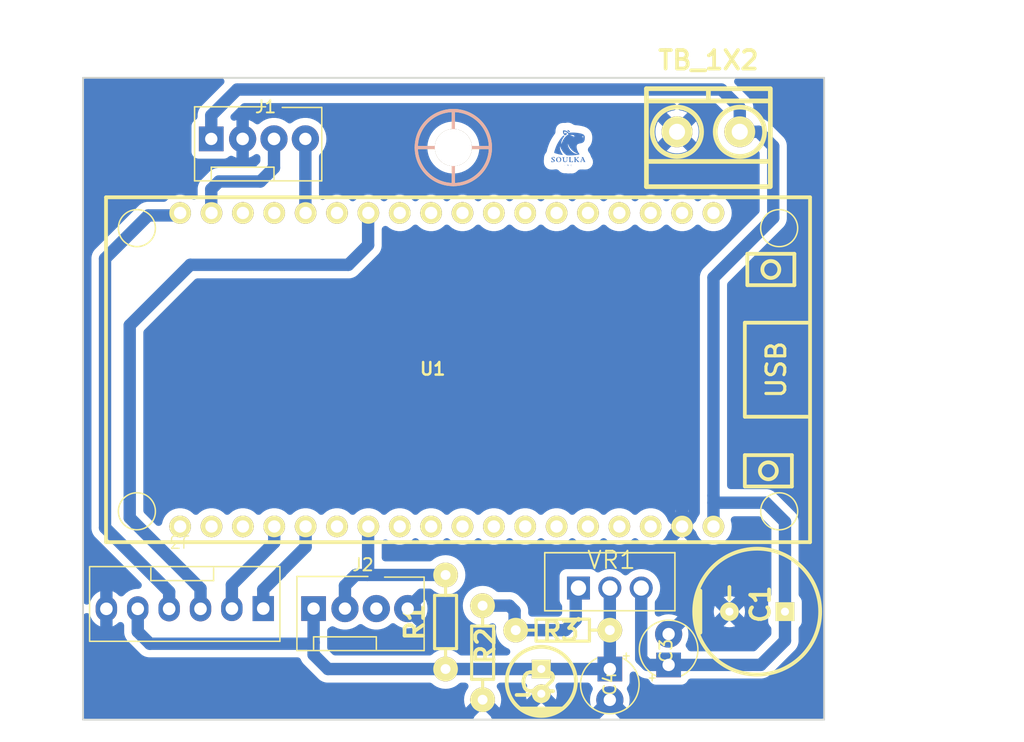
<source format=kicad_pcb>
(kicad_pcb (version 20240108) (generator "pcbnew") (generator_version "8.0")
  (layers (0 "F.Cu" signal) (31 "B.Cu" signal) (34 "B.Paste" user) (35 "F.Paste" user) (36 "B.SilkS" user "B.Silkscreen") (37 "F.SilkS" user "F.Silkscreen") (38 "B.Mask" user) (39 "F.Mask" user) (44 "Edge.Cuts" user))
  (net 0 "")
  (net 1 "VCC")
  (net 2 "GND")
  (net 3 "/SCL")
  (net 4 "/SDA")
  (net 5 "+3.3V")
  (net 6 "/IO2")
  (net 8 "/DC")
  (net 9 "/RES")
  (net 10 "/SDA P")
  (net 11 "/SCL P")
  (net 39 "Net-(VR1-ADJ)")
  (footprint "Capacitor_THT:CP_Radial_Tantal_D4.5mm_P2.50mm" (layer "F.Cu") (at 117.41 78.566817 90)
    (property "Reference" "C3" (at 1.141817 -0.21 90) (layer "F.SilkS"))
    (property "Value" "100nf")
    (fp_line (start -1.062288 -1.56) (end -1.062288 -1.11) (stroke (width 0.12)) (layer "F.SilkS"))
    (fp_line (start -1.287288 -1.335) (end -0.837288 -1.335) (stroke (width 0.12)) (layer "F.SilkS"))
    (fp_arc (start -0.869741 -1.06) (mid 3.62 0) (end -0.869741 1.06) (stroke (width 0.12)) (layer "F.SilkS"))
    (pad "1" thru_hole rect (at 0 0 180) (size 2 2) (drill 1) (layers "*.Cu" "*.Mask") (net 1 "VCC"))
    (pad "2" thru_hole circle (at 2.5 0 90) (size 2.2 2.2) (drill 1) (layers "*.Cu" "*.Mask") (net 2 "GND"))
  )
  (footprint "EESTN5:RES0.3" (layer "F.Cu") (at 108.84 75.75)
    (property "Reference" "R3" (at -0.165 0.075 180) (layer "F.SilkS") (effects (font (size 1.5 1.5) (thickness 0.3))))
    (property "Value" "240Ω" (hide yes))
    (fp_line (start -2.159 -0.889) (end -2.159 0.889) (stroke (width 0.254)) (layer "F.SilkS"))
    (fp_line (start -2.159 0) (end -3.81 0) (stroke (width 0.254)) (layer "F.SilkS"))
    (fp_line (start -2.159 0.889) (end 2.159 0.889) (stroke (width 0.254)) (layer "F.SilkS"))
    (fp_line (start 2.159 -0.889) (end -2.159 -0.889) (stroke (width 0.254)) (layer "F.SilkS"))
    (fp_line (start 2.159 0) (end 3.81 0) (stroke (width 0.254)) (layer "F.SilkS"))
    (fp_line (start 2.159 0.889) (end 2.159 -0.889) (stroke (width 0.254)) (layer "F.SilkS"))
    (pad "1" thru_hole circle (at -3.81 0) (size 1.99898 1.99898) (drill 0.8001) (layers "*.Cu" "*.Mask" "F.SilkS") (net 39 "Net-(VR1-ADJ)"))
    (pad "2" thru_hole circle (at 3.81 0) (size 1.99898 1.99898) (drill 0.8001) (layers "*.Cu" "*.Mask" "F.SilkS") (net 5 "+3.3V"))
  )
  (footprint "EBCC:solka mediano" (layer "F.Cu") (at 109.28 36.75)
    (property "Reference" "G***" (hide yes))
    (property "Value" "LOGO" (hide yes))
    (fp_poly (pts (xy -0.283999 1.305898) (xy -0.281695 1.347308) (xy -0.28419 1.375909) (xy -0.287469 1.381543) (xy -0.289583 1.363198) (xy -0.290042 1.33721) (xy -0.288994 1.30544) (xy -0.286485 1.296148)) (fill solid) (layer "B.Cu"))
    (fp_poly (pts (xy 0.022972 1.286718) (xy 0.027433 1.318389) (xy 0.028004 1.33721) (xy 0.024356 1.377815) (xy 0.01492 1.399393) (xy 0.001957 1.398258) (xy -0.004223 1.389719) (xy -0.007307 1.368354) (xy -0.004616 1.335279) (xy 0.00195 1.301604) (xy 0.010489 1.278441) (xy 0.015534 1.2742)) (fill solid) (layer "B.Cu"))
    (fp_poly (pts (xy 0.007819 -1.503174) (xy 0.048467 -1.479777) (xy 0.089848 -1.450617) (xy 0.125417 -1.420181) (xy 0.148631 -1.392957) (xy 0.154024 -1.378198) (xy 0.142804 -1.361659) (xy 0.113782 -1.357155) (xy 0.07391 -1.363636) (xy 0.030145 -1.380047) (xy -0.007001 -1.40257) (xy -0.046167 -1.441474) (xy -0.060297 -1.47854) (xy -0.048483 -1.511085) (xy -0.045105 -1.514733) (xy -0.025553 -1.516322)) (fill solid) (layer "B.Cu"))
    (fp_poly (pts (xy -0.060832 1.284342) (xy -0.03988 1.307639) (xy -0.021557 1.333402) (xy -0.014468 1.349882) (xy -0.022642 1.35139) (xy -0.041024 1.3381) (xy -0.0595 1.323492) (xy -0.068263 1.328216) (xy -0.073283 1.356342) (xy -0.073789 1.360433) (xy -0.077272 1.383058) (xy -0.079605 1.380821) (xy -0.081353 1.352329) (xy -0.081773 1.340711) (xy -0.081521 1.30195) (xy -0.078366 1.277977) (xy -0.075756 1.2742)) (fill solid) (layer "B.Cu"))
    (fp_poly (pts (xy 0.275871 1.278421) (xy 0.290122 1.283561) (xy 0.277871 1.286125) (xy 0.270486 1.286578) (xy 0.241674 1.298602) (xy 0.228391 1.324517) (xy 0.230614 1.354925) (xy 0.248322 1.380429) (xy 0.270726 1.390494) (xy 0.291525 1.395149) (xy 0.285289 1.397351) (xy 0.272343 1.398313) (xy 0.240602 1.392238) (xy 0.226835 1.383418) (xy 0.210615 1.35211) (xy 0.21339 1.318138) (xy 0.231097 1.290203) (xy 0.259671 1.27701)) (fill solid) (layer "B.Cu"))
    (fp_poly (pts (xy -0.711556 0.6779) (xy -0.662067 0.695489) (xy -0.610185 0.734048) (xy -0.57644 0.787712) (xy -0.560886 0.8502) (xy -0.563578 0.915232) (xy -0.58457 0.976528) (xy -0.623917 1.027808) (xy -0.658967 1.052584) (xy -0.719688 1.072855) (xy -0.789097 1.077554) (xy -0.855184 1.066773) (xy -0.89188 1.050781) (xy -0.948307 1.001805) (xy -0.981024 0.940651) (xy -0.988819 0.871814) (xy -0.981167 0.841762) (xy -0.892615 0.841762) (xy -0.88878 0.925195) (xy -0.867519 0.990508) (xy -0.829716 1.035453) (xy -0.812128 1.046263) (xy -0.787042 1.058672) (xy -0.77074 1.06216) (xy -0.750828 1.05651) (xy -0.722559 1.04467) (xy -0.680379 1.012863) (xy -0.653905 0.962534) (xy -0.644293 0.899088) (xy -0.6527 0.827931) (xy -0.666789 0.783998) (xy -0.693971 0.734433) (xy -0.729642 0.708054) (xy -0.780304 0.700113) (xy -0.781652 0.70011) (xy -0.83169 0.70897) (xy -0.865761 0.737118) (xy -0.885706 0.786908) (xy -0.892615 0.841762) (xy -0.981167 0.841762) (xy -0.970481 0.799793) (xy -0.963445 0.785159) (xy -0.918487 0.726911) (xy -0.857809 0.688514) (xy -0.786976 0.671625)) (fill solid) (layer "B.Cu"))
    (fp_poly (pts (xy -1.095187 0.733906) (xy -1.093655 0.802707) (xy -1.136556 0.750661) (xy -1.166425 0.718398) (xy -1.192194 0.704184) (xy -1.2248 0.702445) (xy -1.230329 0.702863) (xy -1.264527 0.70852) (xy -1.278777 0.721754) (xy -1.281202 0.741744) (xy -1.275104 0.765312) (xy -1.253926 0.790644) (xy -1.21334 0.822477) (xy -1.19721 0.833677) (xy -1.136231 0.879389) (xy -1.09897 0.918575) (xy -1.08309 0.954976) (xy -1.086254 0.992333) (xy -1.090601 1.004365) (xy -1.1113 1.039362) (xy -1.142419 1.062309) (xy -1.189466 1.075613) (xy -1.257946 1.081678) (xy -1.268412 1.082051) (xy -1.367639 1.085171) (xy -1.369187 1.01633) (xy -1.370735 0.94749) (xy -1.320182 0.999537) (xy -1.285602 1.031423) (xy -1.256995 1.045798) (xy -1.223738 1.047703) (xy -1.219407 1.047374) (xy -1.185815 1.042017) (xy -1.171863 1.028643) (xy -1.169184 1.00187) (xy -1.174545 0.972486) (xy -1.194232 0.945321) (xy -1.232194 0.913902) (xy -1.287588 0.872122) (xy -1.323949 0.841927) (xy -1.345209 0.81888) (xy -1.355303 0.798543) (xy -1.358164 0.776478) (xy -1.358214 0.771726) (xy -1.350068 0.727966) (xy -1.32375 0.697626) (xy -1.276442 0.678911) (xy -1.205323 0.670024) (xy -1.197953 0.669659) (xy -1.096719 0.665105)) (fill solid) (layer "B.Cu"))
    (fp_poly (pts (xy 0.189268 0.676529) (xy 0.217478 0.678484) (xy 0.226281 0.683646) (xy 0.219977 0.693573) (xy 0.210463 0.702715) (xy 0.196944 0.718741) (xy 0.188479 0.740448) (xy 0.18394 0.774175) (xy 0.182201 0.826258) (xy 0.182028 0.862601) (xy 0.183495 0.939255) (xy 0.189039 0.992152) (xy 0.200373 1.025441) (xy 0.219213 1.043271) (xy 0.247271 1.049789) (xy 0.259533 1.050165) (xy 0.306521 1.040752) (xy 0.346048 1.009981) (xy 0.373319 0.971924) (xy 0.382629 0.960537) (xy 0.387336 0.968334) (xy 0.388618 0.99896) (xy 0.388433 1.01866) (xy 0.387399 1.059745) (xy 0.385976 1.086426) (xy 0.385006 1.092172) (xy 0.375711 1.085157) (xy 0.359764 1.082259) (xy 0.32156 1.079574) (xy 0.266847 1.077403) (xy 0.202306 1.07606) (xy 0.132532 1.074906) (xy 0.087121 1.073118) (xy 0.062429 1.070084) (xy 0.054816 1.065194) (xy 0.060639 1.057837) (xy 0.066966 1.053363) (xy 0.080488 1.042503) (xy 0.089395 1.027713) (xy 0.094641 1.003505) (xy 0.097182 0.964396) (xy 0.097974 0.904901) (xy 0.098015 0.875138) (xy 0.097646 0.806257) (xy 0.0959 0.759891) (xy 0.09182 0.730553) (xy 0.084448 0.712757) (xy 0.072828 0.701016) (xy 0.066912 0.696876) (xy 0.053094 0.686304) (xy 0.053905 0.680121) (xy 0.073313 0.677162) (xy 0.115285 0.676266) (xy 0.137353 0.676224)) (fill solid) (layer "B.Cu"))
    (fp_poly (pts (xy 1.281809 0.846325) (xy 1.309117 0.912867) (xy 1.335505 0.972036) (xy 1.358104 1.017717) (xy 1.374043 1.043794) (xy 1.375003 1.044914) (xy 1.401813 1.074669) (xy 1.309416 1.074669) (xy 1.260662 1.074198) (xy 1.235278 1.071662) (xy 1.228631 1.065381) (xy 1.236091 1.053671) (xy 1.239876 1.049413) (xy 1.253846 1.028562) (xy 1.254095 1.004547) (xy 1.24465 0.974151) (xy 1.232599 0.945097) (xy 1.217876 0.93026) (xy 1.191673 0.924868) (xy 1.152369 0.924145) (xy 1.111065 0.924758) (xy 1.084127 0.926332) (xy 1.07817 0.927738) (xy 1.074723 0.942166) (xy 1.06629 0.972735) (xy 1.064927 0.977506) (xy 1.058598 1.013692) (xy 1.067714 1.038478) (xy 1.077286 1.049282) (xy 1.091011 1.064656) (xy 1.088655 1.072028) (xy 1.065755 1.074106) (xy 1.036734 1.073886) (xy 0.97058 1.072888) (xy 0.999871 1.02927) (xy 1.017674 0.996812) (xy 1.040805 0.946436) (xy 1.06545 0.886691) (xy 1.068332 0.879131) (xy 1.108158 0.879131) (xy 1.12155 0.892548) (xy 1.152712 0.896132) (xy 1.155182 0.896141) (xy 1.190354 0.891596) (xy 1.203813 0.879274) (xy 1.203822 0.878638) (xy 1.1981 0.855794) (xy 1.184193 0.819461) (xy 1.177883 0.805127) (xy 1.152312 0.749118) (xy 1.129243 0.803336) (xy 1.111175 0.851016) (xy 1.108158 0.879131) (xy 1.068332 0.879131) (xy 1.07682 0.856862) (xy 1.098435 0.797188) (xy 1.110803 0.757783) (xy 1.114861 0.732828) (xy 1.111542 0.716505) (xy 1.101784 0.702996) (xy 1.10159 0.702781) (xy 1.08992 0.687759) (xy 1.09366 0.680288) (xy 1.117527 0.677745) (xy 1.147064 0.677491) (xy 1.215426 0.677491)) (fill solid) (layer "B.Cu"))
    (fp_poly (pts (xy -0.273043 0.672728) (xy -0.308049 0.699679) (xy -0.324781 0.714511) (xy -0.335098 0.731964) (xy -0.340513 0.758698) (xy -0.342539 0.80137) (xy -0.342736 0.852273) (xy -0.340056 0.928231) (xy -0.330792 0.980534) (xy -0.312436 1.013237) (xy -0.282477 1.030392) (xy -0.238406 1.036052) (xy -0.228866 1.036163) (xy -0.181085 1.032387) (xy -0.148065 1.018346) (xy -0.12727 0.989969) (xy -0.116159 0.943186) (xy -0.112194 0.873927) (xy -0.112018 0.848841) (xy -0.112622 0.786384) (xy -0.11523 0.745816) (xy -0.12104 0.721033) (xy -0.131246 0.705933) (xy -0.141595 0.697889) (xy -0.155892 0.686804) (xy -0.153456 0.68075) (xy -0.130302 0.678038) (xy -0.092633 0.677115) (xy -0.014094 0.67598) (xy -0.049054 0.70838) (xy -0.065459 0.72563) (xy -0.075741 0.744875) (xy -0.081317 0.772792) (xy -0.083601 0.816057) (xy -0.084013 0.873224) (xy -0.084362 0.935078) (xy -0.086552 0.975658) (xy -0.092304 1.001697) (xy -0.103336 1.019926) (xy -0.121368 1.037076) (xy -0.127094 1.041919) (xy -0.159249 1.064132) (xy -0.194489 1.074925) (xy -0.244645 1.077757) (xy -0.249614 1.077744) (xy -0.298901 1.074775) (xy -0.34013 1.067609) (xy -0.357056 1.061483) (xy -0.381012 1.044357) (xy -0.397537 1.021237) (xy -0.408403 0.986565) (xy -0.415381 0.934783) (xy -0.420066 0.863833) (xy -0.423897 0.799773) (xy -0.428603 0.75744) (xy -0.435789 0.730569) (xy -0.447058 0.712892) (xy -0.462073 0.699619) (xy -0.497079 0.672728) (xy -0.452398 0.672417) (xy -0.418773 0.676199) (xy -0.399291 0.685765) (xy -0.39904 0.686146) (xy -0.380443 0.692569) (xy -0.364128 0.686146) (xy -0.328259 0.674686) (xy -0.305469 0.672417)) (fill solid) (layer "B.Cu"))
    (fp_poly (pts (xy 0.525269 0.677307) (xy 0.539108 0.686146) (xy 0.557705 0.692569) (xy 0.574019 0.686146) (xy 0.609846 0.674879) (xy 0.632679 0.67284) (xy 0.665105 0.673574) (xy 0.6336 0.695551) (xy 0.61351 0.715632) (xy 0.604141 0.745262) (xy 0.602095 0.786324) (xy 0.603731 0.823808) (xy 0.610934 0.842479) (xy 0.627145 0.842061) (xy 0.655803 0.822277) (xy 0.700349 0.782852) (xy 0.705595 0.778017) (xy 0.736584 0.747961) (xy 0.7493 0.72908) (xy 0.746766 0.714364) (xy 0.73788 0.703165) (xy 0.727575 0.689546) (xy 0.731136 0.681959) (xy 0.75327 0.678362) (xy 0.798684 0.676717) (xy 0.798906 0.676712) (xy 0.851655 0.677808) (xy 0.877364 0.684036) (xy 0.875848 0.69524) (xy 0.84692 0.711265) (xy 0.842374 0.713184) (xy 0.810399 0.731364) (xy 0.768519 0.761494) (xy 0.735462 0.788741) (xy 0.668315 0.847828) (xy 0.776645 0.948996) (xy 0.822355 0.990637) (xy 0.861066 1.023956) (xy 0.887979 1.044939) (xy 0.897559 1.050165) (xy 0.90997 1.060389) (xy 0.910143 1.062417) (xy 0.89737 1.068649) (xy 0.863942 1.07306) (xy 0.818867 1.074669) (xy 0.770422 1.07384) (xy 0.745355 1.070526) (xy 0.739069 1.063483) (xy 0.74431 1.054523) (xy 0.749361 1.040725) (xy 0.741582 1.021641) (xy 0.718115 0.992733) (xy 0.681562 0.95491) (xy 0.602095 0.875442) (xy 0.602095 0.954095) (xy 0.603971 1.001994) (xy 0.611448 1.030803) (xy 0.627297 1.049292) (xy 0.6336 1.053806) (xy 0.647194 1.064229) (xy 0.646914 1.070508) (xy 0.628815 1.07369) (xy 0.588956 1.074826) (xy 0.554107 1.074961) (xy 0.499538 1.074207) (xy 0.470013 1.071485) (xy 0.462613 1.066287) (xy 0.470094 1.060308) (xy 0.490594 1.047027) (xy 0.504201 1.030172) (xy 0.512324 1.004187) (xy 0.516371 0.963514) (xy 0.517748 0.902595) (xy 0.517867 0.871756) (xy 0.517432 0.806032) (xy 0.515239 0.762638) (xy 0.51031 0.73591) (xy 0.501666 0.720183) (xy 0.490077 0.710863) (xy 0.46826 0.693252) (xy 0.462073 0.68274) (xy 0.473401 0.674125) (xy 0.498773 0.672505)) (fill solid) (layer "B.Cu"))
    (fp_poly (pts (xy -0.314777 -1.487954) (xy -0.208853 -1.472297) (xy -0.113658 -1.432) (xy -0.025976 -1.365622) (xy -0.01263 -1.352687) (xy 0.049007 -1.291128) (xy 0.202854 -1.306182) (xy 0.315248 -1.312747) (xy 0.438968 -1.31232) (xy 0.569099 -1.305567) (xy 0.700724 -1.293155) (xy 0.828926 -1.27575) (xy 0.94879 -1.254018) (xy 1.055398 -1.228626) (xy 1.143834 -1.20024) (xy 1.208648 -1.16985) (xy 1.267631 -1.126245) (xy 1.30799 -1.075231) (xy 1.332285 -1.011382) (xy 1.343076 -0.929269) (xy 1.344211 -0.882478) (xy 1.337242 -0.766197) (xy 1.315786 -0.671485) (xy 1.279019 -0.595464) (xy 1.252078 -0.560693) (xy 1.2075 -0.518391) (xy 1.157314 -0.486904) (xy 1.094777 -0.463188) (xy 1.013148 -0.444195) (xy 0.981825 -0.438606) (xy 0.882332 -0.417406) (xy 0.806914 -0.390793) (xy 0.751886 -0.357023) (xy 0.713561 -0.314351) (xy 0.71114 -0.310556) (xy 0.685753 -0.245199) (xy 0.677991 -0.162599) (xy 0.686944 -0.06651) (xy 0.711705 0.039316) (xy 0.751363 0.151129) (xy 0.805009 0.265174) (xy 0.871736 0.377701) (xy 0.88135 0.392062) (xy 0.924128 0.455071) (xy 0.850625 0.471957) (xy 0.768369 0.487771) (xy 0.667662 0.502278) (xy 0.554244 0.515091) (xy 0.433854 0.525821) (xy 0.312234 0.534081) (xy 0.195123 0.539484) (xy 0.08826 0.54164) (xy -0.002613 0.540162) (xy -0.071756 0.534662) (xy -0.073545 0.534415) (xy -0.141046 0.512594) (xy -0.214238 0.467111) (xy -0.290615 0.401079) (xy -0.367673 0.317614) (xy -0.442907 0.219832) (xy -0.513812 0.110847) (xy -0.577882 -0.006226) (xy -0.632613 -0.128271) (xy -0.655293 -0.18903) (xy -0.66287 -0.207804) (xy -0.667418 -0.208111) (xy -0.669809 -0.186892) (xy -0.670914 -0.141089) (xy -0.671001 -0.133916) (xy -0.661221 -0.013561) (xy -0.631169 0.114536) (xy -0.583658 0.242269) (xy -0.521505 0.36153) (xy -0.475317 0.429699) (xy -0.450852 0.462604) (xy -0.437249 0.485193) (xy -0.437325 0.498339) (xy -0.453894 0.502916) (xy -0.489774 0.499796) (xy -0.54778 0.489853) (xy -0.622918 0.475467) (xy -0.733542 0.451923) (xy -0.847775 0.423761) (xy -0.956224 0.393497) (xy -1.049492 0.363648) (xy -1.075903 0.354106) (xy -1.136647 0.331306) (xy -1.127226 0.267169) (xy -1.115287 0.210976) (xy -1.093974 0.135422) (xy -1.065456 0.046661) (xy -1.031898 -0.049153) (xy -0.99547 -0.145865) (xy -0.958338 -0.23732) (xy -0.922668 -0.317365) (xy -0.917801 -0.327545) (xy -0.843967 -0.468703) (xy -0.759332 -0.61056) (xy -0.668031 -0.747133) (xy -0.574197 -0.872439) (xy -0.481965 -0.980493) (xy -0.429731 -1.033963) (xy -0.399705 -1.061528) (xy -0.38032 -1.071953) (xy -0.362261 -1.067743) (xy -0.344546 -1.056857) (xy -0.319073 -1.037592) (xy -0.30819 -1.024251) (xy -0.308185 -1.024051) (xy -0.316311 -1.009108) (xy -0.337178 -0.979706) (xy -0.358437 -0.95215) (xy -0.425811 -0.855669) (xy -0.482707 -0.75095) (xy -0.526274 -0.644789) (xy -0.553659 -0.54398) (xy -0.562089 -0.467031) (xy -0.56147 -0.423459) (xy -0.558903 -0.392698) (xy -0.556305 -0.383611) (xy -0.549305 -0.393062) (xy -0.5357 -0.423879) (xy -0.534475 -0.427067) (xy -0.029243 -0.427067) (xy -0.023575 -0.32671) (xy -0.01887 -0.274944) (xy -0.009467 -0.229074) (xy 0.007333 -0.180237) (xy 0.034231 -0.119569) (xy 0.048738 -0.089355) (xy 0.082962 -0.022556) (xy 0.115557 0.030844) (xy 0.152982 0.079701) (xy 0.201695 0.132872) (xy 0.23622 0.167742) (xy 0.351077 0.269675) (xy 0.463785 0.344564) (xy 0.575782 0.393142) (xy 0.688502 0.416139) (xy 0.728114 0.418276) (xy 0.791124 0.419299) (xy 0.630099 0.335223) (xy 0.558253 0.295528) (xy 0.485611 0.251679) (xy 0.421204 0.209327) (xy 0.378424 0.177714) (xy 0.250131 0.056391) (xy 0.138607 -0.084836) (xy 0.047186 -0.241298) (xy -0.002232 -0.355171) (xy -0.029243 -0.427067) (xy -0.534475 -0.427067) (xy -0.51766 -0.470831) (xy -0.503191 -0.511558) (xy -0.437238 -0.670349) (xy -0.354471 -0.815522) (xy -0.257563 -0.943355) (xy -0.226214 -0.974239) (xy 1.134178 -0.974239) (xy 1.144993 -0.94617) (xy 1.171009 -0.930079) (xy 1.202583 -0.927001) (xy 1.230074 -0.937967) (xy 1.243652 -0.962516) (xy 1.236136 -0.992218) (xy 1.211251 -1.012623) (xy 1.179361 -1.018319) (xy 1.155596 -1.008503) (xy 1.137649 -0.986091) (xy 1.134178 -0.974239) (xy -0.226214 -0.974239) (xy -0.149185 -1.050126) (xy -0.077814 -1.10384) (xy -0.077717 -1.103905) (xy 0.169658 -1.103905) (xy 0.176385 -1.094131) (xy 0.210137 -1.082678) (xy 0.234774 -1.076985) (xy 0.30068 -1.05773) (xy 0.345498 -1.033027) (xy 0.352733 -1.026312) (xy 0.378159 -1.006125) (xy 0.411507 -0.996458) (xy 0.457931 -0.994157) (xy 0.532922 -0.994157) (xy 0.5017 -1.036386) (xy 0.466172 -1.077802) (xy 0.428964 -1.103114) (xy 0.38187 -1.115777) (xy 0.316681 -1.119249) (xy 0.30504 -1.119192) (xy 0.234643 -1.11683) (xy 0.189296 -1.111603) (xy 0.169658 -1.103905) (xy -0.077717 -1.103905) (xy 0.02672 -1.173757) (xy -0.01522 -1.231654) (xy -0.067236 -1.287704) (xy -0.133962 -1.33712) (xy -0.206953 -1.3751) (xy -0.277766 -1.396843) (xy -0.311549 -1.400143) (xy -0.33053 -1.389382) (xy -0.335802 -1.360787) (xy -0.328707 -1.320138) (xy -0.310589 -1.273219) (xy -0.282788 -1.225811) (xy -0.266067 -1.20419) (xy -0.246391 -1.182132) (xy -0.240579 -1.180939) (xy -0.244727 -1.199499) (xy -0.248239 -1.236839) (xy -0.241373 -1.272787) (xy -0.226996 -1.297243) (xy -0.215557 -1.302205) (xy -0.194813 -1.293372) (xy -0.162699 -1.27073) (xy -0.140365 -1.251841) (xy -0.084618 -1.201477) (xy -0.168582 -1.139666) (xy -0.21191 -1.108393) (xy -0.239652 -1.091721) (xy -0.258626 -1.087453) (xy -0.275653 -1.09339) (xy -0.288091 -1.101146) (xy -0.340185 -1.149863) (xy -0.382904 -1.217363) (xy -0.412878 -1.295078) (xy -0.426739 -1.374437) (xy -0.42221 -1.442227) (xy -0.411336 -1.491235)) (fill solid) (layer "B.Cu"))
  )
  (footprint "EESTN5:RES0.3" (layer "F.Cu") (at 102.35 77.575 -90)
    (property "Reference" "R2" (at -0.55 -0.225 90) (layer "F.SilkS") (effects (font (size 1.5 1.5) (thickness 0.3))))
    (property "Value" "390Ω" (hide yes))
    (fp_line (start -2.159 0.889) (end 2.159 0.889) (stroke (width 0.254)) (layer "F.SilkS"))
    (fp_line (start 2.159 0.889) (end 2.159 -0.889) (stroke (width 0.254)) (layer "F.SilkS"))
    (fp_line (start -2.159 0) (end -3.81 0) (stroke (width 0.254)) (layer "F.SilkS"))
    (fp_line (start 2.159 0) (end 3.81 0) (stroke (width 0.254)) (layer "F.SilkS"))
    (fp_line (start -2.159 -0.889) (end -2.159 0.889) (stroke (width 0.254)) (layer "F.SilkS"))
    (fp_line (start 2.159 -0.889) (end -2.159 -0.889) (stroke (width 0.254)) (layer "F.SilkS"))
    (pad "1" thru_hole circle (at -3.81 0 270) (size 1.99898 1.99898) (drill 0.8001) (layers "*.Cu" "*.Mask" "F.SilkS") (net 39 "Net-(VR1-ADJ)"))
    (pad "2" thru_hole circle (at 3.81 0 270) (size 1.99898 1.99898) (drill 0.8001) (layers "*.Cu" "*.Mask" "F.SilkS") (net 2 "GND"))
  )
  (footprint "EESTN5:Tornillo_M3_8mm" (layer "F.Cu") (at 99.98 36.65)
    (property "Reference" "H1" (hide yes))
    (property "Value" "Mounting_Hole" (hide yes))
    (fp_line (start -3 0) (end 3 0) (stroke (width 0.254)) (layer "B.SilkS"))
    (fp_line (start 0 -3) (end 0 3) (stroke (width 0.254)) (layer "B.SilkS"))
    (fp_circle (center 0 0) (end 3 0) (stroke (width 0.254)) (fill none) (layer "B.SilkS"))
    (fp_line (start -3 0) (end 3 0) (stroke (width 0.254)) (layer "F.SilkS"))
    (fp_line (start 0 -3) (end 0 3) (stroke (width 0.254)) (layer "F.SilkS"))
    (fp_circle (center 0 0) (end 3 0) (stroke (width 0.254)) (fill none) (layer "F.SilkS"))
    (pad "1" thru_hole circle (at 0 0) (size 3 3) (drill 3) (layers "*.Cu" "F.SilkS"))
  )
  (footprint "Capacitor_THT:CP_Radial_Tantal_D4.5mm_P2.50mm" (layer "F.Cu") (at 112.65 78.9 -90)
    (property "Reference" "C4" (at 1.2 0 90) (layer "F.SilkS"))
    (property "Value" "100nf")
    (fp_line (start -1.287288 -1.335) (end -0.837288 -1.335) (stroke (width 0.12)) (layer "F.SilkS"))
    (fp_line (start -1.062288 -1.56) (end -1.062288 -1.11) (stroke (width 0.12)) (layer "F.SilkS"))
    (fp_arc (start -0.869741 -1.06) (mid 3.62 0) (end -0.869741 1.06) (stroke (width 0.12)) (layer "F.SilkS"))
    (pad "1" thru_hole rect (at 0 0) (size 2 2) (drill 1) (layers "*.Cu" "*.Mask") (net 5 "+3.3V"))
    (pad "2" thru_hole circle (at 2.5 0 270) (size 2.2 2.2) (drill 1) (layers "*.Cu" "*.Mask") (net 2 "GND"))
  )
  (footprint "EESTN5:BORNERA2_AZUL" (layer "F.Cu") (at 120.63 35.37375 180)
    (property "Reference" "J4" (hide yes))
    (property "Value" "TB_1X2" (at 0 5.8 180) (layer "F.SilkS") (effects (font (size 1.5 1.5) (thickness 0.3))))
    (fp_line (start 5.0165 3.4925) (end 5.0165 -4.445) (stroke (width 0.381)) (layer "F.SilkS"))
    (fp_line (start 5.0165 -4.445) (end -4.9835 -4.445) (stroke (width 0.381)) (layer "F.SilkS"))
    (fp_line (start 0 2.54) (end 0 3.4845) (stroke (width 0.381)) (layer "F.SilkS"))
    (fp_line (start -4.9835 3.4925) (end 5.0165 3.4925) (stroke (width 0.381)) (layer "F.SilkS"))
    (fp_line (start -5 2.5) (end 5 2.5) (stroke (width 0.381)) (layer "F.SilkS"))
    (fp_line (start -5 -2.4) (end 5 -2.4) (stroke (width 0.381)) (layer "F.SilkS"))
    (fp_line (start -5.0165 -4.445) (end -5.0165 3.4925) (stroke (width 0.381)) (layer "F.SilkS"))
    (fp_circle (center 2.55 0) (end 0.55 0) (stroke (width 0.381)) (fill none) (layer "F.SilkS"))
    (fp_circle (center -2.55 0) (end -0.55 0) (stroke (width 0.381)) (fill none) (layer "F.SilkS"))
    (pad "1" thru_hole circle (at -2.54 0 180) (size 2.5 2.5) (drill 1.3) (layers "*.Cu" "*.Mask" "F.SilkS") (net 1 "VCC"))
    (pad "2" thru_hole circle (at 2.54 0 180) (size 2.5 2.5) (drill 1.3) (layers "*.Cu" "*.Mask" "F.SilkS") (net 2 "GND"))
  )
  (footprint "EESTN5:ESP32_DEVKIT_V1_DOIT" (layer "F.Cu") (at 98.18 54.65)
    (property "Reference" "U1" (at 0.127 -0.0635 0) (layer "F.SilkS") (effects (font (size 1.016 1.016) (thickness 0.2032))))
    (property "Value" "ESP32_DevKit_V1_DOIT" (hide yes))
    (fp_line (start -26.32 -13.97) (end -26.32 13.97) (stroke (width 0.3048)) (layer "F.SilkS"))
    (fp_line (start -26.32 -13.97) (end 30.68 -13.97) (stroke (width 0.3048)) (layer "F.SilkS"))
    (fp_line (start -26.32 13.97) (end 30.68 13.97) (stroke (width 0.3048)) (layer "F.SilkS"))
    (fp_line (start 25.4 -3.81) (end 25.4 3.81) (stroke (width 0.3048)) (layer "F.SilkS"))
    (fp_line (start 25.4 3.81) (end 30.48 3.81) (stroke (width 0.3048)) (layer "F.SilkS"))
    (fp_line (start 25.4 6.92) (end 29.21 6.92) (stroke (width 0.3048)) (layer "F.SilkS"))
    (fp_line (start 25.4 9.46) (end 25.4 6.92) (stroke (width 0.3048)) (layer "F.SilkS"))
    (fp_line (start 25.6 -9.39) (end 25.6 -6.85) (stroke (width 0.3048)) (layer "F.SilkS"))
    (fp_line (start 25.6 -6.85) (end 29.41 -6.85) (stroke (width 0.3048)) (layer "F.SilkS"))
    (fp_line (start 29.21 6.92) (end 29.21 9.46) (stroke (width 0.3048)) (layer "F.SilkS"))
    (fp_line (start 29.21 9.46) (end 25.4 9.46) (stroke (width 0.3048)) (layer "F.SilkS"))
    (fp_line (start 29.41 -9.39) (end 25.6 -9.39) (stroke (width 0.3048)) (layer "F.SilkS"))
    (fp_line (start 29.41 -6.85) (end 29.41 -9.39) (stroke (width 0.3048)) (layer "F.SilkS"))
    (fp_line (start 30.48 -3.81) (end 25.4 -3.81) (stroke (width 0.3048)) (layer "F.SilkS"))
    (fp_line (start 30.68 13.97) (end 30.68 -13.97) (stroke (width 0.3048)) (layer "F.SilkS"))
    (fp_circle (center -23.82 -11.47) (end -22.32 -11.47) (stroke (width 0.12)) (fill none) (layer "F.SilkS"))
    (fp_circle (center -23.82 11.47) (end -22.32 11.47) (stroke (width 0.12)) (fill none) (layer "F.SilkS"))
    (fp_circle (center 27.305 8.19) (end 27.8765 8.571) (stroke (width 0.3048)) (fill none) (layer "F.SilkS"))
    (fp_circle (center 27.505 -8.12) (end 28.0765 -7.739) (stroke (width 0.3048)) (fill none) (layer "F.SilkS"))
    (fp_circle (center 28.18 -11.47) (end 29.68 -11.47) (stroke (width 0.12)) (fill none) (layer "F.SilkS"))
    (fp_circle (center 28.18 11.47) (end 29.68 11.47) (stroke (width 0.12)) (fill none) (layer "F.SilkS"))
    (fp_text user "USB" (at 27.94 0 90) (layer "F.SilkS") (effects (font (size 1.524 1.524) (thickness 0.254))))
    (pad "1" thru_hole circle (at -20.32 12.7 180) (size 1.75 1.75) (drill 1) (layers "*.Cu" "*.Mask" "F.SilkS"))
    (pad "2" thru_hole circle (at -17.78 12.7 180) (size 1.75 1.75) (drill 1) (layers "*.Cu" "*.Mask" "F.SilkS"))
    (pad "3" thru_hole circle (at -15.24 12.7 180) (size 1.75 1.75) (drill 1) (layers "*.Cu" "*.Mask" "F.SilkS"))
    (pad "4" thru_hole circle (at -12.7 12.7 180) (size 1.75 1.75) (drill 1) (layers "*.Cu" "*.Mask" "F.SilkS") (net 9 "/RES"))
    (pad "5" thru_hole circle (at -10.16 12.7 180) (size 1.75 1.75) (drill 1) (layers "*.Cu" "*.Mask" "F.SilkS") (net 8 "/DC"))
    (pad "6" thru_hole circle (at -7.62 12.7 180) (size 1.75 1.75) (drill 1) (layers "*.Cu" "*.Mask" "F.SilkS"))
    (pad "7" thru_hole circle (at -5.08 12.7 180) (size 1.75 1.75) (drill 1) (layers "*.Cu" "*.Mask" "F.SilkS") (net 6 "/IO2"))
    (pad "8" thru_hole circle (at -2.54 12.7 180) (size 1.75 1.75) (drill 1) (layers "*.Cu" "*.Mask" "F.SilkS"))
    (pad "9" thru_hole circle (at 0 12.7 180) (size 1.75 1.75) (drill 1) (layers "*.Cu" "*.Mask" "F.SilkS"))
    (pad "10" thru_hole circle (at 2.54 12.7 180) (size 1.75 1.75) (drill 1) (layers "*.Cu" "*.Mask" "F.SilkS"))
    (pad "11" thru_hole circle (at 5.08 12.7 180) (size 1.75 1.75) (drill 1) (layers "*.Cu" "*.Mask" "F.SilkS"))
    (pad "12" thru_hole circle (at 7.62 12.7 180) (size 1.75 1.75) (drill 1) (layers "*.Cu" "*.Mask" "F.SilkS"))
    (pad "13" thru_hole circle (at 10.16 12.7 180) (size 1.75 1.75) (drill 1) (layers "*.Cu" "*.Mask" "F.SilkS"))
    (pad "14" thru_hole circle (at 12.7 12.7 180) (size 1.75 1.75) (drill 1) (layers "*.Cu" "*.Mask" "F.SilkS"))
    (pad "15" thru_hole circle (at 15.24 12.7 180) (size 1.75 1.75) (drill 1) (layers "*.Cu" "*.Mask" "F.SilkS"))
    (pad "16" thru_hole circle (at 17.78 12.7 180) (size 1.75 1.75) (drill 1) (layers "*.Cu" "*.Mask" "F.SilkS"))
    (pad "17" thru_hole circle (at 20.32 12.7 180) (size 1.75 1.75) (drill 1) (layers "*.Cu" "*.Mask" "F.SilkS") (net 2 "GND"))
    (pad "18" thru_hole circle (at 22.86 12.7 180) (size 1.75 1.75) (drill 1) (layers "*.Cu" "*.Mask" "F.SilkS") (net 1 "VCC"))
    (pad "19" thru_hole circle (at 22.86 -12.7 180) (size 1.75 1.75) (drill 1) (layers "*.Cu" "*.Mask" "F.SilkS"))
    (pad "20" thru_hole circle (at 20.32 -12.7 180) (size 1.75 1.75) (drill 1) (layers "*.Cu" "*.Mask" "F.SilkS"))
    (pad "21" thru_hole circle (at 17.78 -12.7 180) (size 1.75 1.75) (drill 1) (layers "*.Cu" "*.Mask" "F.SilkS"))
    (pad "22" thru_hole circle (at 15.24 -12.7 180) (size 1.75 1.75) (drill 1) (layers "*.Cu" "*.Mask" "F.SilkS"))
    (pad "23" thru_hole circle (at 12.7 -12.7 180) (size 1.75 1.75) (drill 1) (layers "*.Cu" "*.Mask" "F.SilkS"))
    (pad "24" thru_hole circle (at 10.16 -12.7 180) (size 1.75 1.75) (drill 1) (layers "*.Cu" "*.Mask" "F.SilkS"))
    (pad "25" thru_hole circle (at 7.62 -12.7 180) (size 1.75 1.75) (drill 1) (layers "*.Cu" "*.Mask" "F.SilkS"))
    (pad "26" thru_hole circle (at 5.08 -12.7 180) (size 1.75 1.75) (drill 1) (layers "*.Cu" "*.Mask" "F.SilkS"))
    (pad "27" thru_hole circle (at 2.54 -12.7 180) (size 1.75 1.75) (drill 1) (layers "*.Cu" "*.Mask" "F.SilkS"))
    (pad "28" thru_hole circle (at 0 -12.7 180) (size 1.75 1.75) (drill 1) (layers "*.Cu" "*.Mask" "F.SilkS"))
    (pad "29" thru_hole circle (at -2.54 -12.7 180) (size 1.75 1.75) (drill 1) (layers "*.Cu" "*.Mask" "F.SilkS"))
    (pad "30" thru_hole circle (at -5.08 -12.7 180) (size 1.75 1.75) (drill 1) (layers "*.Cu" "*.Mask" "F.SilkS") (net 11 "/SCL P"))
    (pad "31" thru_hole circle (at -7.62 -12.7 180) (size 1.75 1.75) (drill 1) (layers "*.Cu" "*.Mask" "F.SilkS"))
    (pad "32" thru_hole circle (at -10.16 -12.7 180) (size 1.75 1.75) (drill 1) (layers "*.Cu" "*.Mask" "F.SilkS") (net 4 "/SDA"))
    (pad "33" thru_hole circle (at -12.7 -12.7 180) (size 1.75 1.75) (drill 1) (layers "*.Cu" "*.Mask" "F.SilkS"))
    (pad "34" thru_hole circle (at -15.24 -12.7 180) (size 1.75 1.75) (drill 1) (layers "*.Cu" "*.Mask" "F.SilkS"))
    (pad "35" thru_hole circle (at -17.78 -12.7 180) (size 1.75 1.75) (drill 1) (layers "*.Cu" "*.Mask" "F.SilkS") (net 3 "/SCL"))
    (pad "36" thru_hole circle (at -20.32 -12.7 180) (size 1.75 1.75) (drill 1) (layers "*.Cu" "*.Mask" "F.SilkS") (net 10 "/SDA P"))
  )
  (footprint "EESTN5:CAP_ELEC_10X8mm" (layer "F.Cu") (at 124.58 74.25 90)
    (property "Reference" "C1" (at 0.6 0.27 90) (layer "F.SilkS") (effects (font (size 1.524 1.524) (thickness 0.3048))))
    (property "Value" "470uf" (hide yes))
    (fp_line (start -0.8 -5) (end 0.8 -5) (stroke (width 0.3048)) (layer "F.SilkS"))
    (fp_line (start -1.3 -4.8) (end 1.3 -4.8) (stroke (width 0.3048)) (layer "F.SilkS"))
    (fp_line (start -1.7 -4.6) (end 1.7 -4.6) (stroke (width 0.3048)) (layer "F.SilkS"))
    (fp_line (start 1 -2.25) (end 2 -2.25) (stroke (width 0.3)) (layer "F.SilkS"))
    (fp_circle (center 0 0) (end 5.1 0) (stroke (width 0.3048)) (fill none) (layer "F.SilkS"))
    (pad "1" thru_hole rect (at 0 2.25 90) (size 1.524 1.524) (drill 0.65) (layers "*.Cu" "*.Mask" "F.SilkS") (net 1 "VCC"))
    (pad "2" thru_hole circle (at 0 -2.25 90) (size 1.524 1.524) (drill 0.65) (layers "*.Cu" "*.Mask" "F.SilkS") (net 2 "GND"))
  )
  (footprint "Connector:FanPinHeader_1x04_P2.54mm_Vertical" (layer "F.Cu") (at 88.665 74.0025)
    (property "Reference" "J2" (at 4 -3.55 0) (layer "F.SilkS"))
    (property "Value" "DHT11 Sensor")
    (fp_line (start -1.35 -2.6) (end 4.4 -2.6) (stroke (width 0.12)) (layer "F.SilkS"))
    (fp_line (start -1.35 3.4) (end -1.35 -2.6) (stroke (width 0.12)) (layer "F.SilkS"))
    (fp_line (start 0 2.29) (end 5.08 2.29) (stroke (width 0.12)) (layer "F.SilkS"))
    (fp_line (start 0 3.3) (end 0 2.29) (stroke (width 0.12)) (layer "F.SilkS"))
    (fp_line (start 5.08 2.29) (end 5.08 3.3) (stroke (width 0.12)) (layer "F.SilkS"))
    (fp_line (start 5.75 -2.55) (end 8.95 -2.55) (stroke (width 0.12)) (layer "F.SilkS"))
    (fp_line (start 8.95 -2.55) (end 8.95 3.4) (stroke (width 0.12)) (layer "F.SilkS"))
    (fp_line (start 8.95 3.4) (end -1.35 3.4) (stroke (width 0.12)) (layer "F.SilkS"))
    (pad "1" thru_hole rect (at 0 0 90) (size 2 2) (drill 1) (layers "*.Cu" "*.Mask") (net 5 "+3.3V"))
    (pad "2" thru_hole circle (at 2.54 0) (size 2.2 2.2) (drill 1) (layers "*.Cu" "*.Mask") (net 6 "/IO2"))
    (pad "3" thru_hole circle (at 5.08 0) (size 2.2 2.2) (drill 1) (layers "*.Cu" "*.Mask"))
    (pad "4" thru_hole circle (at 7.62 0) (size 2.2 2.2) (drill 1) (layers "*.Cu" "*.Mask") (net 2 "GND"))
  )
  (footprint "Connector:FanPinHeader_1x04_P2.54mm_Vertical" (layer "F.Cu") (at 80.38 35.95)
    (property "Reference" "J1" (at 4.4 -2.6 0) (layer "F.SilkS"))
    (property "Value" "Sendor BMP180 GY-68")
    (fp_line (start -1.35 -2.6) (end 4.4 -2.6) (stroke (width 0.12)) (layer "F.SilkS"))
    (fp_line (start -1.35 3.4) (end -1.35 -2.6) (stroke (width 0.12)) (layer "F.SilkS"))
    (fp_line (start 0 2.29) (end 5.08 2.29) (stroke (width 0.12)) (layer "F.SilkS"))
    (fp_line (start 0 3.3) (end 0 2.29) (stroke (width 0.12)) (layer "F.SilkS"))
    (fp_line (start 5.08 2.29) (end 5.08 3.3) (stroke (width 0.12)) (layer "F.SilkS"))
    (fp_line (start 5.75 -2.55) (end 8.95 -2.55) (stroke (width 0.12)) (layer "F.SilkS"))
    (fp_line (start 8.95 -2.55) (end 8.95 3.4) (stroke (width 0.12)) (layer "F.SilkS"))
    (fp_line (start 8.95 3.4) (end -1.35 3.4) (stroke (width 0.12)) (layer "F.SilkS"))
    (pad "1" thru_hole rect (at 0 0 90) (size 2 2) (drill 1) (layers "*.Cu" "*.Mask") (net 1 "VCC"))
    (pad "2" thru_hole oval (at 2.54 0 90) (size 2.2 2.2) (drill 1.02) (layers "*.Cu" "*.Mask") (net 2 "GND"))
    (pad "3" thru_hole oval (at 5.08 0 90) (size 2.2 2.2) (drill 1.02) (layers "*.Cu" "*.Mask") (net 3 "/SCL"))
    (pad "4" thru_hole oval (at 7.62 0 90) (size 2.2 2.2) (drill 1) (layers "*.Cu" "*.Mask") (net 4 "/SDA"))
  )
  (footprint "EBCC:TO254P1054X470X1955-3" (layer "F.Cu") (at 112.65 72.337117)
    (property "Reference" "VR1" (at 0.125 -2.262117 0) (layer "F.SilkS") (effects (font (size 1.4 1.4))))
    (property "Value" "LM317T")
    (fp_line (start -5.27 -2.86) (end -5.27 1.84) (stroke (width 0.127)) (layer "F.SilkS"))
    (fp_line (start -5.27 1.84) (end 5.27 1.84) (stroke (width 0.127)) (layer "F.SilkS"))
    (fp_line (start 5.27 -2.86) (end -5.27 -2.86) (stroke (width 0.127)) (layer "F.SilkS"))
    (fp_line (start 5.27 1.84) (end 5.27 -2.86) (stroke (width 0.127)) (layer "F.SilkS"))
    (fp_circle (center -2.54 2.54) (end -2.44 2.54) (stroke (width 0.2)) (fill none) (layer "F.SilkS"))
    (pad "1" thru_hole rect (at -2.54 0) (size 1.86 1.86) (drill 1.24) (layers "*.Cu" "*.Mask") (net 39 "Net-(VR1-ADJ)"))
    (pad "2" thru_hole circle (at 0 0) (size 1.86 1.86) (drill 1.24) (layers "*.Cu" "*.Mask") (net 5 "+3.3V"))
    (pad "3" thru_hole circle (at 2.54 0) (size 1.86 1.86) (drill 1.24) (layers "*.Cu" "*.Mask") (net 1 "VCC"))
  )
  (footprint "EESTN5:RES0.3" (layer "F.Cu") (at 99.35 75.09 90)
    (property "Reference" "R1" (at 0 -2.5 90) (layer "F.SilkS") (effects (font (size 1.5 1.5) (thickness 0.3))))
    (property "Value" "R" (hide yes))
    (fp_line (start 2.159 -0.889) (end -2.159 -0.889) (stroke (width 0.254)) (layer "F.SilkS"))
    (fp_line (start -2.159 -0.889) (end -2.159 0.889) (stroke (width 0.254)) (layer "F.SilkS"))
    (fp_line (start 2.159 0) (end 3.81 0) (stroke (width 0.254)) (layer "F.SilkS"))
    (fp_line (start -2.159 0) (end -3.81 0) (stroke (width 0.254)) (layer "F.SilkS"))
    (fp_line (start 2.159 0.889) (end 2.159 -0.889) (stroke (width 0.254)) (layer "F.SilkS"))
    (fp_line (start -2.159 0.889) (end 2.159 0.889) (stroke (width 0.254)) (layer "F.SilkS"))
    (pad "1" thru_hole circle (at -3.81 0 90) (size 1.99898 1.99898) (drill 0.8001) (layers "*.Cu" "*.Mask" "F.SilkS") (net 5 "+3.3V"))
    (pad "2" thru_hole circle (at 3.81 0 90) (size 1.99898 1.99898) (drill 0.8001) (layers "*.Cu" "*.Mask" "F.SilkS") (net 6 "/IO2"))
  )
  (footprint "EESTN5:CAP_ELEC_5x11mm" (layer "F.Cu") (at 107.1 79.9 180)
    (property "Reference" "C2" (at 0.25 -0.1 180) (layer "F.SilkS") (effects (font (size 1.524 1.524) (thickness 0.3048))))
    (property "Value" "100uf" (hide yes))
    (fp_line (start 1 -1.1) (end 2 -1.1) (stroke (width 0.3)) (layer "F.SilkS"))
    (fp_line (start -0.8 -2.6) (end 0.8 -2.6) (stroke (width 0.3048)) (layer "F.SilkS"))
    (fp_line (start -1.3 -2.4) (end 1.3 -2.4) (stroke (width 0.3048)) (layer "F.SilkS"))
    (fp_line (start -1.7 -2.2) (end 1.7 -2.2) (stroke (width 0.3048)) (layer "F.SilkS"))
    (fp_circle (center 0 0) (end 2.8 0) (stroke (width 0.3048)) (fill none) (layer "F.SilkS"))
    (pad "1" thru_hole rect (at 0 1 180) (size 1.524 1.524) (drill 0.65) (layers "*.Cu" "*.Mask" "F.SilkS") (net 5 "+3.3V"))
    (pad "2" thru_hole circle (at 0 -1 180) (size 1.524 1.524) (drill 0.65) (layers "*.Cu" "*.Mask" "F.SilkS") (net 2 "GND"))
  )
  (footprint "EMacroLib:FanPinHeads_1x6_P2.54mm_Vertical" (layer "F.Cu") (at 77.83 68.0725 180)
    (property "Reference" "J3" (at 0 -0.5 180) (layer "F.SilkS") (effects (font (thickness 0.1))))
    (property "Value" "Pantalla DISPLAY TFTST7789 240*240")
    (fp_line (start 7.3 -2.53) (end -0.31 -2.53) (stroke (width 0.12)) (layer "F.SilkS"))
    (fp_line (start 7.3 -8.58) (end 7.3 -2.57) (stroke (width 0.12)) (layer "F.SilkS"))
    (fp_line (start 2.34 -3.665) (end 2.34 -2.655) (stroke (width 0.12)) (layer "F.SilkS"))
    (fp_line (start -0.31 -2.53) (end -8.11 -2.53) (stroke (width 0.12)) (layer "F.SilkS"))
    (fp_line (start -2.74 -2.655) (end -2.74 -3.665) (stroke (width 0.12)) (layer "F.SilkS"))
    (fp_line (start -2.74 -3.665) (end 2.34 -3.665) (stroke (width 0.12)) (layer "F.SilkS"))
    (fp_line (start -8.11 -2.53) (end -8.11 -8.58) (stroke (width 0.12)) (layer "F.SilkS"))
    (fp_line (start -8.11 -8.58) (end 7.29 -8.58) (stroke (width 0.12)) (layer "F.SilkS"))
    (pad "1" thru_hole rect (at -6.76 -5.93 270) (size 2.03 1.73) (drill 1.02) (layers "*.Cu" "*.Mask") (net 8 "/DC"))
    (pad "2" thru_hole oval (at -4.22 -5.93 270) (size 2.03 1.73) (drill 1.02) (layers "*.Cu" "*.Mask") (net 9 "/RES"))
    (pad "3" thru_hole oval (at -1.68 -5.95 270) (size 2.03 1.73) (drill 1.02) (layers "*.Cu" "*.Mask") (net 11 "/SCL P"))
    (pad "4" thru_hole oval (at 0.86 -5.95 270) (size 2.03 1.73) (drill 1.02) (layers "*.Cu" "*.Mask") (net 10 "/SDA P"))
    (pad "5" thru_hole oval (at 3.4 -5.95 270) (size 2.03 1.73) (drill 1.02) (layers "*.Cu" "*.Mask") (net 5 "+3.3V"))
    (pad "6" thru_hole oval (at 5.94 -5.95 270) (size 2.03 1.73) (drill 1.02) (layers "*.Cu" "*.Mask") (net 2 "GND"))
  )
  (gr_line (start 70 31) (end 70 83) (stroke (width 0.15)) (layer "Edge.Cuts"))
  (gr_line (start 130 83) (end 70 83) (stroke (width 0.15)) (layer "Edge.Cuts"))
  (gr_line (start 130 31) (end 70 31) (stroke (width 0.15)) (layer "Edge.Cuts"))
  (gr_line (start 130 31) (end 130 83) (stroke (width 0.15)) (layer "Edge.Cuts"))
  (segment (start 115.696817 78.566817) (end 115.19 78.06) (width 1) (layer "B.Cu") (net 1))
  (segment (start 121.04 64.85) (end 121.04 67.35) (width 1) (layer "B.Cu") (net 1))
  (segment (start 123.17 33.44) (end 123.17 35.37375) (width 1) (layer "B.Cu") (net 1))
  (segment (start 124.70375 35.37375) (end 125.88 36.55) (width 1) (layer "B.Cu") (net 1))
  (segment (start 80.38 35.95) (end 80.38 34.05) (width 1) (layer "B.Cu") (net 1))
  (segment (start 126.83 76.6) (end 126.83 74.25) (width 1) (layer "B.Cu") (net 1))
  (segment (start 124.863183 78.566817) (end 126.83 76.6) (width 1) (layer "B.Cu") (net 1))
  (segment (start 125.28 65.425) (end 121.04 65.425) (width 1) (layer "B.Cu") (net 1))
  (segment (start 121.68 31.95) (end 123.17 33.44) (width 1) (layer "B.Cu") (net 1))
  (segment (start 121.04 47.19) (end 121.04 64.85) (width 1) (layer "B.Cu") (net 1))
  (segment (start 125.88 42.35) (end 121.04 47.19) (width 1) (layer "B.Cu") (net 1))
  (segment (start 117.41 78.566817) (end 124.863183 78.566817) (width 1) (layer "B.Cu") (net 1))
  (segment (start 121.02 67.55) (end 121.1 67.47) (width 1) (layer "B.Cu") (net 1))
  (segment (start 126.83 74.25) (end 126.83 66.975) (width 1) (layer "B.Cu") (net 1))
  (segment (start 115.19 78.06) (end 115.19 72.337117) (width 1) (layer "B.Cu") (net 1))
  (segment (start 117.41 78.566817) (end 115.696817 78.566817) (width 1) (layer "B.Cu") (net 1))
  (segment (start 125.88 36.55) (end 125.88 42.35) (width 1) (layer "B.Cu") (net 1))
  (segment (start 121.08 67.39) (end 121.04 67.35) (width 1) (layer "B.Cu") (net 1))
  (segment (start 82.48 31.95) (end 121.68 31.95) (width 1) (layer "B.Cu") (net 1))
  (segment (start 126.83 66.975) (end 125.28 65.425) (width 1) (layer "B.Cu") (net 1))
  (segment (start 123.17 35.37375) (end 124.70375 35.37375) (width 1) (layer "B.Cu") (net 1))
  (segment (start 80.38 34.05) (end 82.48 31.95) (width 1) (layer "B.Cu") (net 1))
  (segment (start 118.5 67.35) (end 118.5 65.17) (width 1) (layer "B.Cu") (net 2))
  (segment (start 85.46 38.295) (end 85.46 35.95) (width 1) (layer "B.Cu") (net 3))
  (segment (start 84.355 39.4) (end 85.46 38.295) (width 1) (layer "B.Cu") (net 3))
  (segment (start 81.005 39.4) (end 84.355 39.4) (width 1) (layer "B.Cu") (net 3))
  (segment (start 80.38 42.15) (end 80.38 40.025) (width 1) (layer "B.Cu") (net 3))
  (segment (start 80.38 40.025) (end 81.005 39.4) (width 1) (layer "B.Cu") (net 3))
  (segment (start 88 35.95) (end 88 42.15) (width 1) (layer "B.Cu") (net 4))
  (segment (start 75.405 76.85) (end 88.565 76.85) (width 1) (layer "B.Cu") (net 5))
  (segment (start 112.43 72.66) (end 112.44 72.65) (width 1) (layer "B.Cu") (net 5))
  (segment (start 74.43 74.0225) (end 74.43 75.875) (width 1) (layer "B.Cu") (net 5))
  (segment (start 112.65 78.9) (end 89.83 78.9) (width 1) (layer "B.Cu") (net 5))
  (segment (start 112.65 78.9) (end 112.65 72.337117) (width 1) (layer "B.Cu") (net 5))
  (segment (start 89.83 78.9) (end 88.665 77.735) (width 1) (layer "B.Cu") (net 5))
  (segment (start 88.665 74.0025) (end 88.665 76.75) (width 1) (layer "B.Cu") (net 5))
  (segment (start 88.565 76.85) (end 88.665 76.75) (width 1) (layer "B.Cu") (net 5))
  (segment (start 112.65 75.84) (end 112.56 75.75) (width 1) (layer "B.Cu") (net 5))
  (segment (start 88.665 77.735) (end 88.665 76.75) (width 1) (layer "B.Cu") (net 5))
  (segment (start 74.43 75.875) (end 75.405 76.85) (width 1) (layer "B.Cu") (net 5))
  (segment (start 93.025 71.28) (end 99.35 71.28) (width 1) (layer "B.Cu") (net 6))
  (segment (start 92.07 71.28) (end 93.025 71.28) (width 1) (layer "B.Cu") (net 6))
  (segment (start 91.205 72.145) (end 92.07 71.28) (width 1) (layer "B.Cu") (net 6))
  (segment (start 91.205 74.0025) (end 91.205 72.145) (width 1) (layer "B.Cu") (net 6))
  (segment (start 93.08 71.225) (end 93.025 71.28) (width 1) (layer "B.Cu") (net 6))
  (segment (start 93.08 67.55) (end 93.08 71.225) (width 1) (layer "B.Cu") (net 6))
  (segment (start 88.02 69.01) (end 88.02 67.35) (width 1) (layer "B.Cu") (net 8))
  (segment (start 86.005 71.025) (end 88.02 69.01) (width 1) (layer "B.Cu") (net 8))
  (segment (start 84.59 72.465) (end 86.005 71.05) (width 1) (layer "B.Cu") (net 8))
  (segment (start 86.005 71.05) (end 86.005 71.025) (width 1) (layer "B.Cu") (net 8))
  (segment (start 84.59 74.0025) (end 84.59 72.465) (width 1) (layer "B.Cu") (net 8))
  (segment (start 85.48 67.35) (end 85.48 68.65) (width 1) (layer "B.Cu") (net 9))
  (segment (start 85.48 68.65) (end 82.05 72.08) (width 1) (layer "B.Cu") (net 9))
  (segment (start 82.05 72.08) (end 82.05 74.0025) (width 1) (layer "B.Cu") (net 9))
  (segment (start 76.97 74.0225) (end 76.97 72.64) (width 1) (layer "B.Cu") (net 10))
  (segment (start 71.78 45.65) (end 75.28 42.15) (width 1) (layer "B.Cu") (net 10))
  (segment (start 76.97 72.64) (end 71.78 67.45) (width 1) (layer "B.Cu") (net 10))
  (segment (start 75.28 42.15) (end 77.84 42.15) (width 1) (layer "B.Cu") (net 10))
  (segment (start 71.78 67.45) (end 71.78 45.65) (width 1) (layer "B.Cu") (net 10))
  (segment (start 79.51 74.0225) (end 79.51 72.38) (width 1) (layer "B.Cu") (net 11))
  (segment (start 79.51 72.38) (end 75.48 68.35) (width 1) (layer "B.Cu") (net 11))
  (segment (start 73.78 66.65) (end 73.78 51.05) (width 1) (layer "B.Cu") (net 11))
  (segment (start 78.68 46.15) (end 91.48 46.15) (width 1) (layer "B.Cu") (net 11))
  (segment (start 73.78 51.05) (end 78.68 46.15) (width 1) (layer "B.Cu") (net 11))
  (segment (start 91.48 46.15) (end 93.08 44.55) (width 1) (layer "B.Cu") (net 11))
  (segment (start 75.38 68.25) (end 73.78 66.65) (width 1) (layer "B.Cu") (net 11))
  (segment (start 93.08 44.55) (end 93.08 42.15) (width 1) (layer "B.Cu") (net 11))
  (segment (start 102.35 73.765) (end 104.515 73.765) (width 1) (layer "B.Cu") (net 39))
  (segment (start 104.94 75.75) (end 109.05 75.75) (width 1) (layer "B.Cu") (net 39))
  (segment (start 109.05 75.75) (end 109.889827 74.910173) (width 1) (layer "B.Cu") (net 39))
  (segment (start 109.889827 74.910173) (end 109.889827 72.337117) (width 1) (layer "B.Cu") (net 39))
  (segment (start 104.515 73.765) (end 104.94 74.19) (width 1) (layer "B.Cu") (net 39))
  (segment (start 104.94 74.19) (end 104.94 75.75) (width 1) (layer "B.Cu") (net 39))
  (zone (net 2) (net_name "GND") (layer "B.Cu") (connect_pads (clearance 0.6)) (min_thickness 0.6) (fill yes (thermal_gap 0.5) (thermal_bridge_width 1))
    (polygon (pts (xy 146.2 24.696713) (xy 146.2 84.296713) (xy 64.2 84.796713) (xy 64.1 24.696713)))
  )
)
</source>
